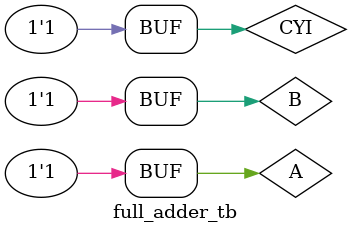
<source format=v>

module full_adder(A, B, CYI, SUM, CYO);
    input   A;
    input   B;
    input   CYI;
    output  SUM;
    output  CYO;
        
    wire    A_XOR_B;
    
    assign A_XOR_B = A ^ B;
    assign SUM = (A_XOR_B) ^ CYI;
    assign CYO = ((A_XOR_B) & CYI) | (A & B);
    
endmodule

module full_adder_tb;
	reg A,B,CYI;		// input
	wire SUM,CYO;	// output

	full_adder U_full_adder( .A(A), .B(B), .CYI(CYI), .SUM(SUM), .CYO(CYO));

	initial begin
		$monitor("A = %b , B = %b CYI = %b, SUM = %b , CYO = %b",A,B,CYI,SUM,CYO);
		#10 A=0; B=0; CYI=0;	// SUM=0, CYO=0
		#10 A=0; B=1; CYI=0;	// SUM=1, CYO=0
		#10 A=1; B=0; CYI=0;	// SUM=1, CYO=0
		#10 A=1; B=1; CYI=0;	// SUM=0, CYO=1
      #10 A=0; B=0; CYI=1;	// SUM=1, CYO=0
		#10 A=0; B=1; CYI=1;	// SUM=0, CYO=1
		#10 A=1; B=0; CYI=1;	// SUM=0, CYO=1
		#10 A=1; B=1; CYI=1;	// SUM=1, CYO=1
	end

endmodule
</source>
